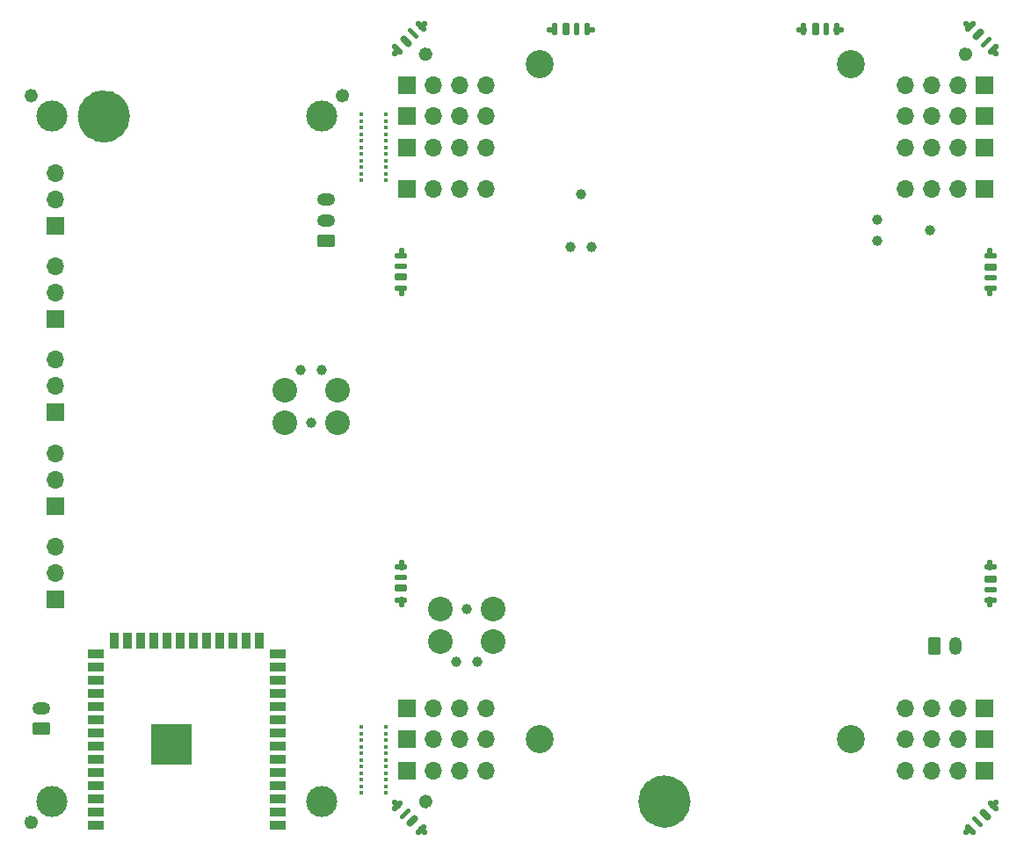
<source format=gbr>
G04 #@! TF.GenerationSoftware,KiCad,Pcbnew,7.0.4-40-g0180cb380f*
G04 #@! TF.CreationDate,2023-08-16T00:58:49-07:00*
G04 #@! TF.ProjectId,RobotCrawler,526f626f-7443-4726-9177-6c65722e6b69,rev?*
G04 #@! TF.SameCoordinates,Original*
G04 #@! TF.FileFunction,Soldermask,Bot*
G04 #@! TF.FilePolarity,Negative*
%FSLAX46Y46*%
G04 Gerber Fmt 4.6, Leading zero omitted, Abs format (unit mm)*
G04 Created by KiCad (PCBNEW 7.0.4-40-g0180cb380f) date 2023-08-16 00:58:49*
%MOMM*%
%LPD*%
G01*
G04 APERTURE LIST*
G04 Aperture macros list*
%AMRoundRect*
0 Rectangle with rounded corners*
0 $1 Rounding radius*
0 $2 $3 $4 $5 $6 $7 $8 $9 X,Y pos of 4 corners*
0 Add a 4 corners polygon primitive as box body*
4,1,4,$2,$3,$4,$5,$6,$7,$8,$9,$2,$3,0*
0 Add four circle primitives for the rounded corners*
1,1,$1+$1,$2,$3*
1,1,$1+$1,$4,$5*
1,1,$1+$1,$6,$7*
1,1,$1+$1,$8,$9*
0 Add four rect primitives between the rounded corners*
20,1,$1+$1,$2,$3,$4,$5,0*
20,1,$1+$1,$4,$5,$6,$7,0*
20,1,$1+$1,$6,$7,$8,$9,0*
20,1,$1+$1,$8,$9,$2,$3,0*%
G04 Aperture macros list end*
%ADD10C,0.650000*%
%ADD11C,2.500000*%
%ADD12C,0.380000*%
%ADD13C,2.700000*%
%ADD14R,1.700000X1.700000*%
%ADD15O,1.700000X1.700000*%
%ADD16C,1.152000*%
%ADD17C,0.990600*%
%ADD18RoundRect,0.250000X-0.350000X-0.625000X0.350000X-0.625000X0.350000X0.625000X-0.350000X0.625000X0*%
%ADD19O,1.200000X1.750000*%
%ADD20C,2.374900*%
%ADD21RoundRect,0.137500X0.353553X-0.159099X-0.159099X0.353553X-0.353553X0.159099X0.159099X-0.353553X0*%
%ADD22RoundRect,0.137500X0.424264X0.229810X0.229810X0.424264X-0.424264X-0.229810X-0.229810X-0.424264X0*%
%ADD23RoundRect,0.175000X0.424264X0.176777X0.176777X0.424264X-0.424264X-0.176777X-0.176777X-0.424264X0*%
%ADD24RoundRect,0.112500X0.424264X0.265165X0.265165X0.424264X-0.424264X-0.265165X-0.265165X-0.424264X0*%
%ADD25RoundRect,0.137500X0.137500X-0.362500X0.137500X0.362500X-0.137500X0.362500X-0.137500X-0.362500X0*%
%ADD26RoundRect,0.137500X0.462500X-0.137500X0.462500X0.137500X-0.462500X0.137500X-0.462500X-0.137500X0*%
%ADD27RoundRect,0.175000X0.425000X-0.175000X0.425000X0.175000X-0.425000X0.175000X-0.425000X-0.175000X0*%
%ADD28RoundRect,0.112500X0.487500X-0.112500X0.487500X0.112500X-0.487500X0.112500X-0.487500X-0.112500X0*%
%ADD29RoundRect,0.137500X-0.137500X0.362500X-0.137500X-0.362500X0.137500X-0.362500X0.137500X0.362500X0*%
%ADD30RoundRect,0.137500X-0.462500X0.137500X-0.462500X-0.137500X0.462500X-0.137500X0.462500X0.137500X0*%
%ADD31RoundRect,0.175000X-0.425000X0.175000X-0.425000X-0.175000X0.425000X-0.175000X0.425000X0.175000X0*%
%ADD32RoundRect,0.112500X-0.487500X0.112500X-0.487500X-0.112500X0.487500X-0.112500X0.487500X0.112500X0*%
%ADD33RoundRect,0.137500X0.159099X0.353553X-0.353553X-0.159099X-0.159099X-0.353553X0.353553X0.159099X0*%
%ADD34RoundRect,0.137500X-0.229810X0.424264X-0.424264X0.229810X0.229810X-0.424264X0.424264X-0.229810X0*%
%ADD35RoundRect,0.175000X-0.176777X0.424264X-0.424264X0.176777X0.176777X-0.424264X0.424264X-0.176777X0*%
%ADD36RoundRect,0.112500X-0.265165X0.424264X-0.424264X0.265165X0.265165X-0.424264X0.424264X-0.265165X0*%
%ADD37RoundRect,0.137500X-0.159099X-0.353553X0.353553X0.159099X0.159099X0.353553X-0.353553X-0.159099X0*%
%ADD38RoundRect,0.137500X0.229810X-0.424264X0.424264X-0.229810X-0.229810X0.424264X-0.424264X0.229810X0*%
%ADD39RoundRect,0.175000X0.176777X-0.424264X0.424264X-0.176777X-0.176777X0.424264X-0.424264X0.176777X0*%
%ADD40RoundRect,0.112500X0.265165X-0.424264X0.424264X-0.265165X-0.265165X0.424264X-0.424264X0.265165X0*%
%ADD41RoundRect,0.137500X-0.362500X-0.137500X0.362500X-0.137500X0.362500X0.137500X-0.362500X0.137500X0*%
%ADD42RoundRect,0.137500X-0.137500X-0.462500X0.137500X-0.462500X0.137500X0.462500X-0.137500X0.462500X0*%
%ADD43RoundRect,0.175000X-0.175000X-0.425000X0.175000X-0.425000X0.175000X0.425000X-0.175000X0.425000X0*%
%ADD44RoundRect,0.112500X-0.112500X-0.487500X0.112500X-0.487500X0.112500X0.487500X-0.112500X0.487500X0*%
%ADD45RoundRect,0.137500X-0.353553X0.159099X0.159099X-0.353553X0.353553X-0.159099X-0.159099X0.353553X0*%
%ADD46RoundRect,0.137500X-0.424264X-0.229810X-0.229810X-0.424264X0.424264X0.229810X0.229810X0.424264X0*%
%ADD47RoundRect,0.175000X-0.424264X-0.176777X-0.176777X-0.424264X0.424264X0.176777X0.176777X0.424264X0*%
%ADD48RoundRect,0.112500X-0.424264X-0.265165X-0.265165X-0.424264X0.424264X0.265165X0.265165X0.424264X0*%
%ADD49RoundRect,0.250000X0.625000X-0.350000X0.625000X0.350000X-0.625000X0.350000X-0.625000X-0.350000X0*%
%ADD50O,1.750000X1.200000*%
%ADD51C,3.000000*%
%ADD52R,1.500000X0.900000*%
%ADD53R,0.900000X1.500000*%
%ADD54C,0.600000*%
%ADD55R,3.900000X3.900000*%
G04 APERTURE END LIST*
D10*
X176325000Y-34000000D02*
G75*
G03*
X176325000Y-34000000I-325000J0D01*
G01*
X124325000Y-106000000D02*
G75*
G03*
X124325000Y-106000000I-325000J0D01*
G01*
X124325000Y-34000000D02*
G75*
G03*
X124325000Y-34000000I-325000J0D01*
G01*
D11*
X148250000Y-106000000D02*
G75*
G03*
X148250000Y-106000000I-1250000J0D01*
G01*
D10*
X86325000Y-38000000D02*
G75*
G03*
X86325000Y-38000000I-325000J0D01*
G01*
X86325000Y-108000000D02*
G75*
G03*
X86325000Y-108000000I-325000J0D01*
G01*
X116325000Y-38000000D02*
G75*
G03*
X116325000Y-38000000I-325000J0D01*
G01*
D11*
X94250000Y-40000000D02*
G75*
G03*
X94250000Y-40000000I-1250000J0D01*
G01*
D12*
X120190000Y-98825000D03*
X120190000Y-99460000D03*
X120190000Y-100095000D03*
X120190000Y-100730000D03*
X120190000Y-101365000D03*
X120190000Y-102000000D03*
X120190000Y-102635000D03*
X120190000Y-103270000D03*
X120190000Y-103905000D03*
X120190000Y-104540000D03*
X120190000Y-105175000D03*
X117810000Y-105175000D03*
X117810000Y-104540000D03*
X117810000Y-103905000D03*
X117810000Y-103270000D03*
X117810000Y-102635000D03*
X117810000Y-102000000D03*
X117810000Y-101365000D03*
X117810000Y-100730000D03*
X117810000Y-100095000D03*
X117810000Y-99460000D03*
X117810000Y-98825000D03*
X120190000Y-39825000D03*
X120190000Y-40460000D03*
X120190000Y-41095000D03*
X120190000Y-41730000D03*
X120190000Y-42365000D03*
X120190000Y-43000000D03*
X120190000Y-43635000D03*
X120190000Y-44270000D03*
X120190000Y-44905000D03*
X120190000Y-45540000D03*
X120190000Y-46175000D03*
X117810000Y-39825000D03*
X117810000Y-41095000D03*
X117810000Y-46175000D03*
X117810000Y-41730000D03*
X117810000Y-43635000D03*
X117810000Y-42365000D03*
X117810000Y-45540000D03*
X117810000Y-43000000D03*
X117810000Y-44270000D03*
X117810000Y-44905000D03*
X117810000Y-40460000D03*
D13*
X165000000Y-35000000D03*
D14*
X122200000Y-40000000D03*
D15*
X124740000Y-40000000D03*
X127280000Y-40000000D03*
X129820000Y-40000000D03*
D14*
X177800000Y-43000000D03*
D15*
X175260000Y-43000000D03*
X172720000Y-43000000D03*
X170180000Y-43000000D03*
D14*
X177800000Y-47000000D03*
D15*
X175260000Y-47000000D03*
X172720000Y-47000000D03*
X170180000Y-47000000D03*
D14*
X177800000Y-100000000D03*
D15*
X175260000Y-100000000D03*
X172720000Y-100000000D03*
X170180000Y-100000000D03*
D14*
X122200000Y-103000000D03*
D15*
X124740000Y-103000000D03*
X127280000Y-103000000D03*
X129820000Y-103000000D03*
D13*
X135000000Y-100000000D03*
D16*
X176000000Y-34000000D03*
D14*
X177800000Y-40000000D03*
D15*
X175260000Y-40000000D03*
X172720000Y-40000000D03*
X170180000Y-40000000D03*
D14*
X122200000Y-37000000D03*
D15*
X124740000Y-37000000D03*
X127280000Y-37000000D03*
X129820000Y-37000000D03*
D17*
X172540000Y-51000000D03*
X167460000Y-52016000D03*
X167460000Y-49984000D03*
D14*
X177800000Y-97000000D03*
D15*
X175260000Y-97000000D03*
X172720000Y-97000000D03*
X170180000Y-97000000D03*
D16*
X124000000Y-106000000D03*
X124000000Y-34000000D03*
D13*
X135000000Y-35000000D03*
D14*
X122200000Y-100000000D03*
D15*
X124740000Y-100000000D03*
X127280000Y-100000000D03*
X129820000Y-100000000D03*
D18*
X173000000Y-91000000D03*
D19*
X175000000Y-91000000D03*
D14*
X177800000Y-103000000D03*
D15*
X175260000Y-103000000D03*
X172720000Y-103000000D03*
X170180000Y-103000000D03*
D14*
X122200000Y-43000000D03*
D15*
X124740000Y-43000000D03*
X127280000Y-43000000D03*
X129820000Y-43000000D03*
D13*
X165000000Y-100000000D03*
D20*
X130540000Y-87460000D03*
D17*
X128000000Y-87460000D03*
D20*
X125460000Y-87460000D03*
X130540000Y-90635000D03*
X125460000Y-90635000D03*
D17*
X129016000Y-92540000D03*
X126984000Y-92540000D03*
D14*
X122200000Y-47000000D03*
D15*
X124740000Y-47000000D03*
X127280000Y-47000000D03*
X129820000Y-47000000D03*
D14*
X122200000Y-97000000D03*
D15*
X124740000Y-97000000D03*
X127280000Y-97000000D03*
X129820000Y-97000000D03*
D17*
X139000000Y-47460000D03*
X140016000Y-52540000D03*
X137984000Y-52540000D03*
D14*
X177800000Y-37000000D03*
D15*
X175260000Y-37000000D03*
X172720000Y-37000000D03*
X170180000Y-37000000D03*
D21*
X123750089Y-108795495D03*
D22*
X123537957Y-108689429D03*
D23*
X122742462Y-107893934D03*
D24*
X122017678Y-107169150D03*
D22*
X121310571Y-106462043D03*
D21*
X121204505Y-106249911D03*
D25*
X121675000Y-86800000D03*
D26*
X121600000Y-86575000D03*
D27*
X121600000Y-85450000D03*
D28*
X121600000Y-84425000D03*
D26*
X121600000Y-83425000D03*
D25*
X121675000Y-83200000D03*
D29*
X178325000Y-53200000D03*
D30*
X178400000Y-53425000D03*
D31*
X178400000Y-54550000D03*
D32*
X178400000Y-55575000D03*
D30*
X178400000Y-56575000D03*
D29*
X178325000Y-56800000D03*
D25*
X121675000Y-56800000D03*
D26*
X121600000Y-56575000D03*
D27*
X121600000Y-55450000D03*
D28*
X121600000Y-54425000D03*
D26*
X121600000Y-53425000D03*
D25*
X121675000Y-53200000D03*
D33*
X178795495Y-106249911D03*
D34*
X178689429Y-106462043D03*
D35*
X177893934Y-107257538D03*
D36*
X177169150Y-107982322D03*
D34*
X176462043Y-108689429D03*
D33*
X176249911Y-108795495D03*
D37*
X121204505Y-33750089D03*
D38*
X121310571Y-33537957D03*
D39*
X122106066Y-32742462D03*
D40*
X122830850Y-32017678D03*
D38*
X123537957Y-31310571D03*
D37*
X123750089Y-31204505D03*
D41*
X136200000Y-31675000D03*
D42*
X136425000Y-31600000D03*
D43*
X137550000Y-31600000D03*
D44*
X138575000Y-31600000D03*
D42*
X139575000Y-31600000D03*
D41*
X139800000Y-31675000D03*
X160200000Y-31675000D03*
D42*
X160425000Y-31600000D03*
D43*
X161550000Y-31600000D03*
D44*
X162575000Y-31600000D03*
D42*
X163575000Y-31600000D03*
D41*
X163800000Y-31675000D03*
D45*
X176249911Y-31204505D03*
D46*
X176462043Y-31310571D03*
D47*
X177257538Y-32106066D03*
D48*
X177982322Y-32830850D03*
D46*
X178689429Y-33537957D03*
D45*
X178795495Y-33750089D03*
D29*
X178325000Y-83200000D03*
D30*
X178400000Y-83425000D03*
D31*
X178400000Y-84550000D03*
D32*
X178400000Y-85575000D03*
D30*
X178400000Y-86575000D03*
D29*
X178325000Y-86800000D03*
D49*
X87000000Y-99000000D03*
D50*
X87000000Y-97000000D03*
D14*
X88375000Y-59525000D03*
D15*
X88375000Y-56985000D03*
X88375000Y-54445000D03*
D20*
X110460000Y-69540000D03*
D17*
X113000000Y-69540000D03*
D20*
X115540000Y-69540000D03*
X110460000Y-66365000D03*
X115540000Y-66365000D03*
D17*
X111984000Y-64460000D03*
X114016000Y-64460000D03*
D14*
X88375000Y-86525000D03*
D15*
X88375000Y-83985000D03*
X88375000Y-81445000D03*
D16*
X86000000Y-38000000D03*
D51*
X88000000Y-106000000D03*
D14*
X88375000Y-68525000D03*
D15*
X88375000Y-65985000D03*
X88375000Y-63445000D03*
D16*
X86000000Y-108000000D03*
D49*
X114450000Y-52000000D03*
D50*
X114450000Y-50000000D03*
X114450000Y-48000000D03*
D51*
X114000000Y-106000000D03*
D14*
X88375000Y-77525000D03*
D15*
X88375000Y-74985000D03*
X88375000Y-72445000D03*
D14*
X88375000Y-50525000D03*
D15*
X88375000Y-47985000D03*
X88375000Y-45445000D03*
D51*
X114000000Y-40000000D03*
D16*
X116000000Y-38000000D03*
D51*
X88000000Y-40000000D03*
D52*
X92250000Y-108260000D03*
X92250000Y-106990000D03*
X92250000Y-105720000D03*
X92250000Y-104450000D03*
X92250000Y-103180000D03*
X92250000Y-101910000D03*
X92250000Y-100640000D03*
X92250000Y-99370000D03*
X92250000Y-98100000D03*
X92250000Y-96830000D03*
X92250000Y-95560000D03*
X92250000Y-94290000D03*
X92250000Y-93020000D03*
X92250000Y-91750000D03*
D53*
X94015000Y-90500000D03*
X95285000Y-90500000D03*
X96555000Y-90500000D03*
X97825000Y-90500000D03*
X99095000Y-90500000D03*
X100365000Y-90500000D03*
X101635000Y-90500000D03*
X102905000Y-90500000D03*
X104175000Y-90500000D03*
X105445000Y-90500000D03*
X106715000Y-90500000D03*
X107985000Y-90500000D03*
D52*
X109750000Y-91750000D03*
X109750000Y-93020000D03*
X109750000Y-94290000D03*
X109750000Y-95560000D03*
X109750000Y-96830000D03*
X109750000Y-98100000D03*
X109750000Y-99370000D03*
X109750000Y-100640000D03*
X109750000Y-101910000D03*
X109750000Y-103180000D03*
X109750000Y-104450000D03*
X109750000Y-105720000D03*
X109750000Y-106990000D03*
X109750000Y-108260000D03*
D54*
X98100000Y-99840000D03*
X98100000Y-101240000D03*
X98800000Y-99140000D03*
X98800000Y-100540000D03*
X98800000Y-101940000D03*
X99500000Y-99840000D03*
D55*
X99500000Y-100540000D03*
D54*
X99500000Y-101240000D03*
X100200000Y-99140000D03*
X100200000Y-100540000D03*
X100200000Y-101940000D03*
X100900000Y-99840000D03*
X100900000Y-101240000D03*
M02*

</source>
